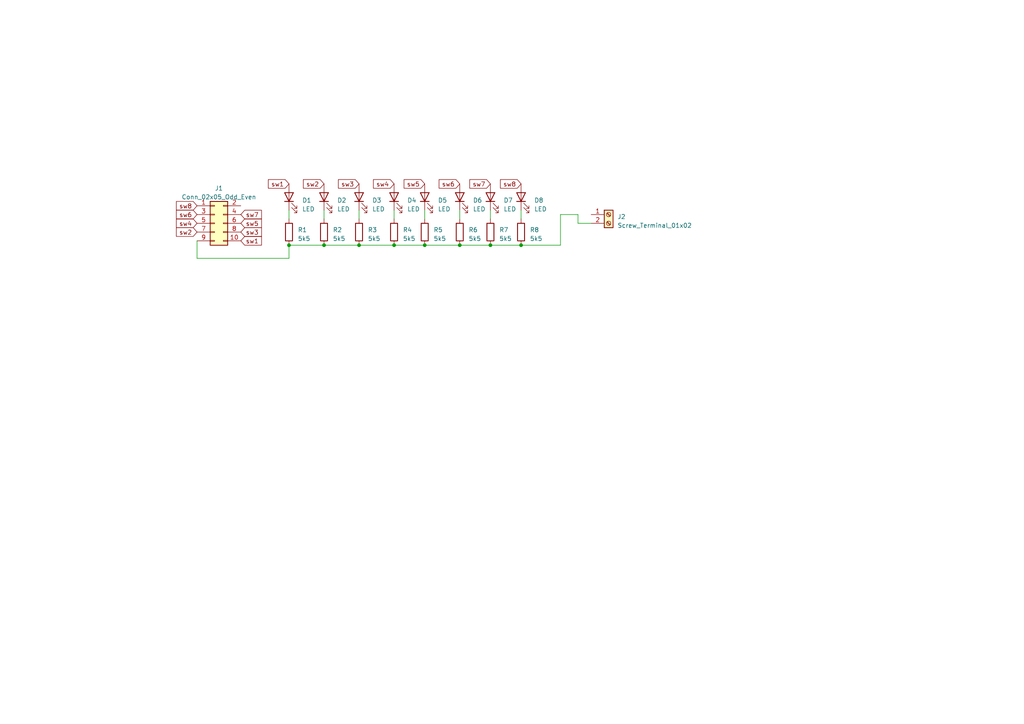
<source format=kicad_sch>
(kicad_sch (version 20230121) (generator eeschema)

  (uuid 648442c2-48af-409f-bf90-c993ecbd32c5)

  (paper "A4")

  (lib_symbols
    (symbol "Connector:Screw_Terminal_01x02" (pin_names (offset 1.016) hide) (in_bom yes) (on_board yes)
      (property "Reference" "J" (at 0 2.54 0)
        (effects (font (size 1.27 1.27)))
      )
      (property "Value" "Screw_Terminal_01x02" (at 0 -5.08 0)
        (effects (font (size 1.27 1.27)))
      )
      (property "Footprint" "" (at 0 0 0)
        (effects (font (size 1.27 1.27)) hide)
      )
      (property "Datasheet" "~" (at 0 0 0)
        (effects (font (size 1.27 1.27)) hide)
      )
      (property "ki_keywords" "screw terminal" (at 0 0 0)
        (effects (font (size 1.27 1.27)) hide)
      )
      (property "ki_description" "Generic screw terminal, single row, 01x02, script generated (kicad-library-utils/schlib/autogen/connector/)" (at 0 0 0)
        (effects (font (size 1.27 1.27)) hide)
      )
      (property "ki_fp_filters" "TerminalBlock*:*" (at 0 0 0)
        (effects (font (size 1.27 1.27)) hide)
      )
      (symbol "Screw_Terminal_01x02_1_1"
        (rectangle (start -1.27 1.27) (end 1.27 -3.81)
          (stroke (width 0.254) (type default))
          (fill (type background))
        )
        (circle (center 0 -2.54) (radius 0.635)
          (stroke (width 0.1524) (type default))
          (fill (type none))
        )
        (polyline
          (pts
            (xy -0.5334 -2.2098)
            (xy 0.3302 -3.048)
          )
          (stroke (width 0.1524) (type default))
          (fill (type none))
        )
        (polyline
          (pts
            (xy -0.5334 0.3302)
            (xy 0.3302 -0.508)
          )
          (stroke (width 0.1524) (type default))
          (fill (type none))
        )
        (polyline
          (pts
            (xy -0.3556 -2.032)
            (xy 0.508 -2.8702)
          )
          (stroke (width 0.1524) (type default))
          (fill (type none))
        )
        (polyline
          (pts
            (xy -0.3556 0.508)
            (xy 0.508 -0.3302)
          )
          (stroke (width 0.1524) (type default))
          (fill (type none))
        )
        (circle (center 0 0) (radius 0.635)
          (stroke (width 0.1524) (type default))
          (fill (type none))
        )
        (pin passive line (at -5.08 0 0) (length 3.81)
          (name "Pin_1" (effects (font (size 1.27 1.27))))
          (number "1" (effects (font (size 1.27 1.27))))
        )
        (pin passive line (at -5.08 -2.54 0) (length 3.81)
          (name "Pin_2" (effects (font (size 1.27 1.27))))
          (number "2" (effects (font (size 1.27 1.27))))
        )
      )
    )
    (symbol "Connector_Generic:Conn_02x05_Odd_Even" (pin_names (offset 1.016) hide) (in_bom yes) (on_board yes)
      (property "Reference" "J" (at 1.27 7.62 0)
        (effects (font (size 1.27 1.27)))
      )
      (property "Value" "Conn_02x05_Odd_Even" (at 1.27 -7.62 0)
        (effects (font (size 1.27 1.27)))
      )
      (property "Footprint" "" (at 0 0 0)
        (effects (font (size 1.27 1.27)) hide)
      )
      (property "Datasheet" "~" (at 0 0 0)
        (effects (font (size 1.27 1.27)) hide)
      )
      (property "ki_keywords" "connector" (at 0 0 0)
        (effects (font (size 1.27 1.27)) hide)
      )
      (property "ki_description" "Generic connector, double row, 02x05, odd/even pin numbering scheme (row 1 odd numbers, row 2 even numbers), script generated (kicad-library-utils/schlib/autogen/connector/)" (at 0 0 0)
        (effects (font (size 1.27 1.27)) hide)
      )
      (property "ki_fp_filters" "Connector*:*_2x??_*" (at 0 0 0)
        (effects (font (size 1.27 1.27)) hide)
      )
      (symbol "Conn_02x05_Odd_Even_1_1"
        (rectangle (start -1.27 -4.953) (end 0 -5.207)
          (stroke (width 0.1524) (type default))
          (fill (type none))
        )
        (rectangle (start -1.27 -2.413) (end 0 -2.667)
          (stroke (width 0.1524) (type default))
          (fill (type none))
        )
        (rectangle (start -1.27 0.127) (end 0 -0.127)
          (stroke (width 0.1524) (type default))
          (fill (type none))
        )
        (rectangle (start -1.27 2.667) (end 0 2.413)
          (stroke (width 0.1524) (type default))
          (fill (type none))
        )
        (rectangle (start -1.27 5.207) (end 0 4.953)
          (stroke (width 0.1524) (type default))
          (fill (type none))
        )
        (rectangle (start -1.27 6.35) (end 3.81 -6.35)
          (stroke (width 0.254) (type default))
          (fill (type background))
        )
        (rectangle (start 3.81 -4.953) (end 2.54 -5.207)
          (stroke (width 0.1524) (type default))
          (fill (type none))
        )
        (rectangle (start 3.81 -2.413) (end 2.54 -2.667)
          (stroke (width 0.1524) (type default))
          (fill (type none))
        )
        (rectangle (start 3.81 0.127) (end 2.54 -0.127)
          (stroke (width 0.1524) (type default))
          (fill (type none))
        )
        (rectangle (start 3.81 2.667) (end 2.54 2.413)
          (stroke (width 0.1524) (type default))
          (fill (type none))
        )
        (rectangle (start 3.81 5.207) (end 2.54 4.953)
          (stroke (width 0.1524) (type default))
          (fill (type none))
        )
        (pin passive line (at -5.08 5.08 0) (length 3.81)
          (name "Pin_1" (effects (font (size 1.27 1.27))))
          (number "1" (effects (font (size 1.27 1.27))))
        )
        (pin passive line (at 7.62 -5.08 180) (length 3.81)
          (name "Pin_10" (effects (font (size 1.27 1.27))))
          (number "10" (effects (font (size 1.27 1.27))))
        )
        (pin passive line (at 7.62 5.08 180) (length 3.81)
          (name "Pin_2" (effects (font (size 1.27 1.27))))
          (number "2" (effects (font (size 1.27 1.27))))
        )
        (pin passive line (at -5.08 2.54 0) (length 3.81)
          (name "Pin_3" (effects (font (size 1.27 1.27))))
          (number "3" (effects (font (size 1.27 1.27))))
        )
        (pin passive line (at 7.62 2.54 180) (length 3.81)
          (name "Pin_4" (effects (font (size 1.27 1.27))))
          (number "4" (effects (font (size 1.27 1.27))))
        )
        (pin passive line (at -5.08 0 0) (length 3.81)
          (name "Pin_5" (effects (font (size 1.27 1.27))))
          (number "5" (effects (font (size 1.27 1.27))))
        )
        (pin passive line (at 7.62 0 180) (length 3.81)
          (name "Pin_6" (effects (font (size 1.27 1.27))))
          (number "6" (effects (font (size 1.27 1.27))))
        )
        (pin passive line (at -5.08 -2.54 0) (length 3.81)
          (name "Pin_7" (effects (font (size 1.27 1.27))))
          (number "7" (effects (font (size 1.27 1.27))))
        )
        (pin passive line (at 7.62 -2.54 180) (length 3.81)
          (name "Pin_8" (effects (font (size 1.27 1.27))))
          (number "8" (effects (font (size 1.27 1.27))))
        )
        (pin passive line (at -5.08 -5.08 0) (length 3.81)
          (name "Pin_9" (effects (font (size 1.27 1.27))))
          (number "9" (effects (font (size 1.27 1.27))))
        )
      )
    )
    (symbol "Device:LED" (pin_numbers hide) (pin_names (offset 1.016) hide) (in_bom yes) (on_board yes)
      (property "Reference" "D" (at 0 2.54 0)
        (effects (font (size 1.27 1.27)))
      )
      (property "Value" "LED" (at 0 -2.54 0)
        (effects (font (size 1.27 1.27)))
      )
      (property "Footprint" "" (at 0 0 0)
        (effects (font (size 1.27 1.27)) hide)
      )
      (property "Datasheet" "~" (at 0 0 0)
        (effects (font (size 1.27 1.27)) hide)
      )
      (property "ki_keywords" "LED diode" (at 0 0 0)
        (effects (font (size 1.27 1.27)) hide)
      )
      (property "ki_description" "Light emitting diode" (at 0 0 0)
        (effects (font (size 1.27 1.27)) hide)
      )
      (property "ki_fp_filters" "LED* LED_SMD:* LED_THT:*" (at 0 0 0)
        (effects (font (size 1.27 1.27)) hide)
      )
      (symbol "LED_0_1"
        (polyline
          (pts
            (xy -1.27 -1.27)
            (xy -1.27 1.27)
          )
          (stroke (width 0.254) (type default))
          (fill (type none))
        )
        (polyline
          (pts
            (xy -1.27 0)
            (xy 1.27 0)
          )
          (stroke (width 0) (type default))
          (fill (type none))
        )
        (polyline
          (pts
            (xy 1.27 -1.27)
            (xy 1.27 1.27)
            (xy -1.27 0)
            (xy 1.27 -1.27)
          )
          (stroke (width 0.254) (type default))
          (fill (type none))
        )
        (polyline
          (pts
            (xy -3.048 -0.762)
            (xy -4.572 -2.286)
            (xy -3.81 -2.286)
            (xy -4.572 -2.286)
            (xy -4.572 -1.524)
          )
          (stroke (width 0) (type default))
          (fill (type none))
        )
        (polyline
          (pts
            (xy -1.778 -0.762)
            (xy -3.302 -2.286)
            (xy -2.54 -2.286)
            (xy -3.302 -2.286)
            (xy -3.302 -1.524)
          )
          (stroke (width 0) (type default))
          (fill (type none))
        )
      )
      (symbol "LED_1_1"
        (pin passive line (at -3.81 0 0) (length 2.54)
          (name "K" (effects (font (size 1.27 1.27))))
          (number "1" (effects (font (size 1.27 1.27))))
        )
        (pin passive line (at 3.81 0 180) (length 2.54)
          (name "A" (effects (font (size 1.27 1.27))))
          (number "2" (effects (font (size 1.27 1.27))))
        )
      )
    )
    (symbol "Device:R" (pin_numbers hide) (pin_names (offset 0)) (in_bom yes) (on_board yes)
      (property "Reference" "R" (at 2.032 0 90)
        (effects (font (size 1.27 1.27)))
      )
      (property "Value" "R" (at 0 0 90)
        (effects (font (size 1.27 1.27)))
      )
      (property "Footprint" "" (at -1.778 0 90)
        (effects (font (size 1.27 1.27)) hide)
      )
      (property "Datasheet" "~" (at 0 0 0)
        (effects (font (size 1.27 1.27)) hide)
      )
      (property "ki_keywords" "R res resistor" (at 0 0 0)
        (effects (font (size 1.27 1.27)) hide)
      )
      (property "ki_description" "Resistor" (at 0 0 0)
        (effects (font (size 1.27 1.27)) hide)
      )
      (property "ki_fp_filters" "R_*" (at 0 0 0)
        (effects (font (size 1.27 1.27)) hide)
      )
      (symbol "R_0_1"
        (rectangle (start -1.016 -2.54) (end 1.016 2.54)
          (stroke (width 0.254) (type default))
          (fill (type none))
        )
      )
      (symbol "R_1_1"
        (pin passive line (at 0 3.81 270) (length 1.27)
          (name "~" (effects (font (size 1.27 1.27))))
          (number "1" (effects (font (size 1.27 1.27))))
        )
        (pin passive line (at 0 -3.81 90) (length 1.27)
          (name "~" (effects (font (size 1.27 1.27))))
          (number "2" (effects (font (size 1.27 1.27))))
        )
      )
    )
  )

  (junction (at 93.98 71.12) (diameter 0) (color 0 0 0 0)
    (uuid 1da69bd8-bb16-4df7-9baa-3f6a561b7fee)
  )
  (junction (at 104.14 71.12) (diameter 0) (color 0 0 0 0)
    (uuid 5e7f2ffc-afeb-415c-b450-4ba9694d8b5a)
  )
  (junction (at 83.82 71.12) (diameter 0) (color 0 0 0 0)
    (uuid 77a6d24f-bd6b-4fbf-aa0e-5d549a0ca419)
  )
  (junction (at 133.35 71.12) (diameter 0) (color 0 0 0 0)
    (uuid 7d69e553-d552-480d-b2be-4d93cbdb3b9f)
  )
  (junction (at 114.3 71.12) (diameter 0) (color 0 0 0 0)
    (uuid 93263be1-901e-45b4-9977-16375c8ef838)
  )
  (junction (at 151.13 71.12) (diameter 0) (color 0 0 0 0)
    (uuid a60a5c8d-2fb7-440c-bbd1-9152b4bca3ed)
  )
  (junction (at 123.19 71.12) (diameter 0) (color 0 0 0 0)
    (uuid c0972eaf-4dd5-4c80-b566-4b8bcb6266ec)
  )
  (junction (at 142.24 71.12) (diameter 0) (color 0 0 0 0)
    (uuid cc6d3e6b-7090-4996-abd8-b4b0e3b9b30a)
  )

  (wire (pts (xy 114.3 60.96) (xy 114.3 63.5))
    (stroke (width 0) (type default))
    (uuid 015df838-c9e9-4a18-b774-dc49758d751e)
  )
  (wire (pts (xy 123.19 60.96) (xy 123.19 63.5))
    (stroke (width 0) (type default))
    (uuid 280ca903-aa3b-408e-8c03-17be4f39920d)
  )
  (wire (pts (xy 83.82 71.12) (xy 93.98 71.12))
    (stroke (width 0) (type default))
    (uuid 29ea63a0-e50c-4e0c-8cb7-2016bde9a975)
  )
  (wire (pts (xy 93.98 71.12) (xy 104.14 71.12))
    (stroke (width 0) (type default))
    (uuid 393a0791-2d4b-4760-9d39-4606a1be6a51)
  )
  (wire (pts (xy 104.14 71.12) (xy 114.3 71.12))
    (stroke (width 0) (type default))
    (uuid 3cfbb1a1-7409-48a4-b479-dcf073a0901b)
  )
  (wire (pts (xy 83.82 74.93) (xy 83.82 71.12))
    (stroke (width 0) (type default))
    (uuid 48f88fdf-880a-452e-a3ad-c813203220e7)
  )
  (wire (pts (xy 57.15 69.85) (xy 57.15 74.93))
    (stroke (width 0) (type default))
    (uuid 4d8d8c5f-405e-4d50-b47b-ca1cb65ab33f)
  )
  (wire (pts (xy 93.98 60.96) (xy 93.98 63.5))
    (stroke (width 0) (type default))
    (uuid 62b7d9bf-343d-4408-94d4-788354b8170e)
  )
  (wire (pts (xy 151.13 60.96) (xy 151.13 63.5))
    (stroke (width 0) (type default))
    (uuid 654ca3a2-1c9b-4549-a521-156c9fd0e4e2)
  )
  (wire (pts (xy 123.19 71.12) (xy 133.35 71.12))
    (stroke (width 0) (type default))
    (uuid 6a44981e-a3c0-4155-b94b-a7ffdbab2b1b)
  )
  (wire (pts (xy 133.35 60.96) (xy 133.35 63.5))
    (stroke (width 0) (type default))
    (uuid 6e5b4107-db26-4143-ae9c-10e71d9adfbd)
  )
  (wire (pts (xy 114.3 71.12) (xy 123.19 71.12))
    (stroke (width 0) (type default))
    (uuid 754589e6-87c7-4dea-89b3-d47a2923dd69)
  )
  (wire (pts (xy 133.35 71.12) (xy 142.24 71.12))
    (stroke (width 0) (type default))
    (uuid 82584695-a665-4758-9537-14ce760aa5cb)
  )
  (wire (pts (xy 167.64 64.77) (xy 171.45 64.77))
    (stroke (width 0) (type default))
    (uuid 8f63af14-cc97-4f94-81b5-1fd69ddd5b84)
  )
  (wire (pts (xy 104.14 60.96) (xy 104.14 63.5))
    (stroke (width 0) (type default))
    (uuid 914b90ae-9b2a-4067-b9aa-04c306e9ab58)
  )
  (wire (pts (xy 162.56 62.23) (xy 167.64 62.23))
    (stroke (width 0) (type default))
    (uuid 9562dcee-bd44-4fc4-b642-e5e9f3db4374)
  )
  (wire (pts (xy 142.24 71.12) (xy 151.13 71.12))
    (stroke (width 0) (type default))
    (uuid 9b8cfb31-94c8-4ea1-8348-2e5a26b52394)
  )
  (wire (pts (xy 57.15 74.93) (xy 83.82 74.93))
    (stroke (width 0) (type default))
    (uuid b361ef17-e5e9-4cc0-8fb2-b19426253519)
  )
  (wire (pts (xy 162.56 71.12) (xy 151.13 71.12))
    (stroke (width 0) (type default))
    (uuid bc42b8f3-c7b5-40aa-b370-b832f7f9ac97)
  )
  (wire (pts (xy 142.24 60.96) (xy 142.24 63.5))
    (stroke (width 0) (type default))
    (uuid bdfb4e56-745a-4d87-bf49-7de8aec1d439)
  )
  (wire (pts (xy 162.56 62.23) (xy 162.56 71.12))
    (stroke (width 0) (type default))
    (uuid c3833f9e-cc7a-46df-a8cd-5256a8cc2374)
  )
  (wire (pts (xy 167.64 62.23) (xy 167.64 64.77))
    (stroke (width 0) (type default))
    (uuid dc7c65e3-d263-4ab8-a973-c8960a52944e)
  )
  (wire (pts (xy 83.82 60.96) (xy 83.82 63.5))
    (stroke (width 0) (type default))
    (uuid e8c2026b-e888-4ec7-abff-f7d5b89a0fae)
  )

  (global_label "sw8" (shape input) (at 57.15 59.69 180) (fields_autoplaced)
    (effects (font (size 1.27 1.27)) (justify right))
    (uuid 223e6389-6825-430d-8dd1-0e15c14a0419)
    (property "Intersheetrefs" "${INTERSHEET_REFS}" (at 50.6761 59.69 0)
      (effects (font (size 1.27 1.27)) (justify right) hide)
    )
  )
  (global_label "sw4" (shape input) (at 114.3 53.34 180) (fields_autoplaced)
    (effects (font (size 1.27 1.27)) (justify right))
    (uuid 22ec9600-7995-4e4b-810c-7de57067449f)
    (property "Intersheetrefs" "${INTERSHEET_REFS}" (at 107.8261 53.34 0)
      (effects (font (size 1.27 1.27)) (justify right) hide)
    )
  )
  (global_label "sw8" (shape input) (at 151.13 53.34 180) (fields_autoplaced)
    (effects (font (size 1.27 1.27)) (justify right))
    (uuid 6461d4f4-d6f0-4a78-b749-a132f628ecfe)
    (property "Intersheetrefs" "${INTERSHEET_REFS}" (at 144.6561 53.34 0)
      (effects (font (size 1.27 1.27)) (justify right) hide)
    )
  )
  (global_label "sw7" (shape input) (at 142.24 53.34 180) (fields_autoplaced)
    (effects (font (size 1.27 1.27)) (justify right))
    (uuid 6736bcb3-ad64-4ad0-94db-0fc93fff4e39)
    (property "Intersheetrefs" "${INTERSHEET_REFS}" (at 135.7661 53.34 0)
      (effects (font (size 1.27 1.27)) (justify right) hide)
    )
  )
  (global_label "sw2" (shape input) (at 57.15 67.31 180) (fields_autoplaced)
    (effects (font (size 1.27 1.27)) (justify right))
    (uuid 75f670de-80da-4ca2-992d-8a8f8840688f)
    (property "Intersheetrefs" "${INTERSHEET_REFS}" (at 50.6761 67.31 0)
      (effects (font (size 1.27 1.27)) (justify right) hide)
    )
  )
  (global_label "sw6" (shape input) (at 133.35 53.34 180) (fields_autoplaced)
    (effects (font (size 1.27 1.27)) (justify right))
    (uuid 764fe7ee-2f53-49b1-a0a5-34b3e91fdc85)
    (property "Intersheetrefs" "${INTERSHEET_REFS}" (at 126.8761 53.34 0)
      (effects (font (size 1.27 1.27)) (justify right) hide)
    )
  )
  (global_label "sw5" (shape input) (at 123.19 53.34 180) (fields_autoplaced)
    (effects (font (size 1.27 1.27)) (justify right))
    (uuid 77251ceb-20bd-41d8-8adc-1ad7354cda24)
    (property "Intersheetrefs" "${INTERSHEET_REFS}" (at 116.7161 53.34 0)
      (effects (font (size 1.27 1.27)) (justify right) hide)
    )
  )
  (global_label "sw7" (shape input) (at 69.85 62.23 0) (fields_autoplaced)
    (effects (font (size 1.27 1.27)) (justify left))
    (uuid 8113abb8-934c-4567-8d4b-af24736b5581)
    (property "Intersheetrefs" "${INTERSHEET_REFS}" (at 76.3239 62.23 0)
      (effects (font (size 1.27 1.27)) (justify left) hide)
    )
  )
  (global_label "sw3" (shape input) (at 104.14 53.34 180) (fields_autoplaced)
    (effects (font (size 1.27 1.27)) (justify right))
    (uuid 81597f6b-5f31-483a-8233-7d8e265c3e85)
    (property "Intersheetrefs" "${INTERSHEET_REFS}" (at 97.6661 53.34 0)
      (effects (font (size 1.27 1.27)) (justify right) hide)
    )
  )
  (global_label "sw6" (shape input) (at 57.15 62.23 180) (fields_autoplaced)
    (effects (font (size 1.27 1.27)) (justify right))
    (uuid 9ce21c7b-5452-4dda-84e9-5cfe3019b636)
    (property "Intersheetrefs" "${INTERSHEET_REFS}" (at 50.6761 62.23 0)
      (effects (font (size 1.27 1.27)) (justify right) hide)
    )
  )
  (global_label "sw5" (shape input) (at 69.85 64.77 0) (fields_autoplaced)
    (effects (font (size 1.27 1.27)) (justify left))
    (uuid bd85f243-0f7f-43a0-9939-a5d933e2b940)
    (property "Intersheetrefs" "${INTERSHEET_REFS}" (at 76.3239 64.77 0)
      (effects (font (size 1.27 1.27)) (justify left) hide)
    )
  )
  (global_label "sw4" (shape input) (at 57.15 64.77 180) (fields_autoplaced)
    (effects (font (size 1.27 1.27)) (justify right))
    (uuid e20985f7-460e-46c0-b645-34621a8bf749)
    (property "Intersheetrefs" "${INTERSHEET_REFS}" (at 50.6761 64.77 0)
      (effects (font (size 1.27 1.27)) (justify right) hide)
    )
  )
  (global_label "sw1" (shape input) (at 83.82 53.34 180) (fields_autoplaced)
    (effects (font (size 1.27 1.27)) (justify right))
    (uuid e7eef20c-5cfd-4c74-a4fb-825b6b05eb4f)
    (property "Intersheetrefs" "${INTERSHEET_REFS}" (at 77.3461 53.34 0)
      (effects (font (size 1.27 1.27)) (justify right) hide)
    )
  )
  (global_label "sw2" (shape input) (at 93.98 53.34 180) (fields_autoplaced)
    (effects (font (size 1.27 1.27)) (justify right))
    (uuid e8c96f2f-cbc2-4132-976e-8ad2daa20567)
    (property "Intersheetrefs" "${INTERSHEET_REFS}" (at 87.5061 53.34 0)
      (effects (font (size 1.27 1.27)) (justify right) hide)
    )
  )
  (global_label "sw1" (shape input) (at 69.85 69.85 0) (fields_autoplaced)
    (effects (font (size 1.27 1.27)) (justify left))
    (uuid ef1cd86b-8f4a-4af1-b6b7-f1079a3f7fe2)
    (property "Intersheetrefs" "${INTERSHEET_REFS}" (at 76.3239 69.85 0)
      (effects (font (size 1.27 1.27)) (justify left) hide)
    )
  )
  (global_label "sw3" (shape input) (at 69.85 67.31 0) (fields_autoplaced)
    (effects (font (size 1.27 1.27)) (justify left))
    (uuid f68fa080-7f2f-4db6-ad2a-3554a0c9b0a3)
    (property "Intersheetrefs" "${INTERSHEET_REFS}" (at 76.3239 67.31 0)
      (effects (font (size 1.27 1.27)) (justify left) hide)
    )
  )

  (symbol (lib_id "Device:LED") (at 114.3 57.15 90) (unit 1)
    (in_bom yes) (on_board yes) (dnp no) (fields_autoplaced)
    (uuid 01df7a96-5f39-4e3c-bdc0-5c8600481991)
    (property "Reference" "D4" (at 118.11 58.1025 90)
      (effects (font (size 1.27 1.27)) (justify right))
    )
    (property "Value" "LED" (at 118.11 60.6425 90)
      (effects (font (size 1.27 1.27)) (justify right))
    )
    (property "Footprint" "LED_THT:LED_D3.0mm" (at 114.3 57.15 0)
      (effects (font (size 1.27 1.27)) hide)
    )
    (property "Datasheet" "~" (at 114.3 57.15 0)
      (effects (font (size 1.27 1.27)) hide)
    )
    (pin "1" (uuid 5f2962f5-086d-4aa9-b898-02ddbbc84cc1))
    (pin "2" (uuid ab05572c-8df0-4829-aa76-63a04b8d55c9))
    (instances
      (project "DIT"
        (path "/648442c2-48af-409f-bf90-c993ecbd32c5"
          (reference "D4") (unit 1)
        )
      )
    )
  )

  (symbol (lib_id "Device:R") (at 142.24 67.31 0) (unit 1)
    (in_bom yes) (on_board yes) (dnp no) (fields_autoplaced)
    (uuid 031f19ca-a01b-45b9-945f-18bd3a1bdb51)
    (property "Reference" "R7" (at 144.78 66.675 0)
      (effects (font (size 1.27 1.27)) (justify left))
    )
    (property "Value" "5k5" (at 144.78 69.215 0)
      (effects (font (size 1.27 1.27)) (justify left))
    )
    (property "Footprint" "Resistor_THT:R_Axial_DIN0207_L6.3mm_D2.5mm_P7.62mm_Horizontal" (at 140.462 67.31 90)
      (effects (font (size 1.27 1.27)) hide)
    )
    (property "Datasheet" "~" (at 142.24 67.31 0)
      (effects (font (size 1.27 1.27)) hide)
    )
    (pin "1" (uuid 74071ce1-3b6a-4309-8004-e503bc6af459))
    (pin "2" (uuid 150ca66a-1ed5-43b1-9ea4-d2016eff5980))
    (instances
      (project "DIT"
        (path "/648442c2-48af-409f-bf90-c993ecbd32c5"
          (reference "R7") (unit 1)
        )
      )
    )
  )

  (symbol (lib_id "Device:LED") (at 104.14 57.15 90) (unit 1)
    (in_bom yes) (on_board yes) (dnp no) (fields_autoplaced)
    (uuid 04702900-efb1-4fba-a99a-91dcd5649abc)
    (property "Reference" "D3" (at 107.95 58.1025 90)
      (effects (font (size 1.27 1.27)) (justify right))
    )
    (property "Value" "LED" (at 107.95 60.6425 90)
      (effects (font (size 1.27 1.27)) (justify right))
    )
    (property "Footprint" "LED_THT:LED_D3.0mm" (at 104.14 57.15 0)
      (effects (font (size 1.27 1.27)) hide)
    )
    (property "Datasheet" "~" (at 104.14 57.15 0)
      (effects (font (size 1.27 1.27)) hide)
    )
    (pin "1" (uuid 41955f09-7717-4de9-a80e-17a32203f91f))
    (pin "2" (uuid 72e1ef1d-ff13-4267-bb5e-33c139aa50d7))
    (instances
      (project "DIT"
        (path "/648442c2-48af-409f-bf90-c993ecbd32c5"
          (reference "D3") (unit 1)
        )
      )
    )
  )

  (symbol (lib_id "Device:R") (at 93.98 67.31 0) (unit 1)
    (in_bom yes) (on_board yes) (dnp no) (fields_autoplaced)
    (uuid 237ff2be-0c27-4eae-9a03-eaa5270a7221)
    (property "Reference" "R2" (at 96.52 66.675 0)
      (effects (font (size 1.27 1.27)) (justify left))
    )
    (property "Value" "5k5" (at 96.52 69.215 0)
      (effects (font (size 1.27 1.27)) (justify left))
    )
    (property "Footprint" "Resistor_THT:R_Axial_DIN0207_L6.3mm_D2.5mm_P7.62mm_Horizontal" (at 92.202 67.31 90)
      (effects (font (size 1.27 1.27)) hide)
    )
    (property "Datasheet" "~" (at 93.98 67.31 0)
      (effects (font (size 1.27 1.27)) hide)
    )
    (pin "1" (uuid acef923a-d439-465d-930f-03dd6459e8ca))
    (pin "2" (uuid 917b3cc3-e8d3-4418-ad4f-b83daa8acf94))
    (instances
      (project "DIT"
        (path "/648442c2-48af-409f-bf90-c993ecbd32c5"
          (reference "R2") (unit 1)
        )
      )
    )
  )

  (symbol (lib_id "Device:R") (at 104.14 67.31 0) (unit 1)
    (in_bom yes) (on_board yes) (dnp no) (fields_autoplaced)
    (uuid 37ca37b7-0c7d-4ed7-a3f5-982e40a8a7e7)
    (property "Reference" "R3" (at 106.68 66.675 0)
      (effects (font (size 1.27 1.27)) (justify left))
    )
    (property "Value" "5k5" (at 106.68 69.215 0)
      (effects (font (size 1.27 1.27)) (justify left))
    )
    (property "Footprint" "Resistor_THT:R_Axial_DIN0207_L6.3mm_D2.5mm_P7.62mm_Horizontal" (at 102.362 67.31 90)
      (effects (font (size 1.27 1.27)) hide)
    )
    (property "Datasheet" "~" (at 104.14 67.31 0)
      (effects (font (size 1.27 1.27)) hide)
    )
    (pin "1" (uuid 31f8c204-26cc-4e08-97bf-fd7065128ff8))
    (pin "2" (uuid 3a841277-72aa-4969-bf2b-c3763d04225a))
    (instances
      (project "DIT"
        (path "/648442c2-48af-409f-bf90-c993ecbd32c5"
          (reference "R3") (unit 1)
        )
      )
    )
  )

  (symbol (lib_id "Connector:Screw_Terminal_01x02") (at 176.53 62.23 0) (unit 1)
    (in_bom yes) (on_board yes) (dnp no) (fields_autoplaced)
    (uuid 4cae3a20-8c6d-4699-8df7-81dff27baf2a)
    (property "Reference" "J2" (at 179.07 62.865 0)
      (effects (font (size 1.27 1.27)) (justify left))
    )
    (property "Value" "Screw_Terminal_01x02" (at 179.07 65.405 0)
      (effects (font (size 1.27 1.27)) (justify left))
    )
    (property "Footprint" "TerminalBlock_Phoenix:TerminalBlock_Phoenix_MKDS-1,5-2-5.08_1x02_P5.08mm_Horizontal" (at 176.53 62.23 0)
      (effects (font (size 1.27 1.27)) hide)
    )
    (property "Datasheet" "~" (at 176.53 62.23 0)
      (effects (font (size 1.27 1.27)) hide)
    )
    (pin "1" (uuid 1b1270cc-119a-45c4-801b-a8627d28af74))
    (pin "2" (uuid 11e87832-26c6-474a-a48b-507a5bcb2dff))
    (instances
      (project "DIT"
        (path "/648442c2-48af-409f-bf90-c993ecbd32c5"
          (reference "J2") (unit 1)
        )
      )
    )
  )

  (symbol (lib_id "Device:R") (at 151.13 67.31 0) (unit 1)
    (in_bom yes) (on_board yes) (dnp no) (fields_autoplaced)
    (uuid 4fa58d10-ef53-4957-989b-c48662d10bd5)
    (property "Reference" "R8" (at 153.67 66.675 0)
      (effects (font (size 1.27 1.27)) (justify left))
    )
    (property "Value" "5k5" (at 153.67 69.215 0)
      (effects (font (size 1.27 1.27)) (justify left))
    )
    (property "Footprint" "Resistor_THT:R_Axial_DIN0207_L6.3mm_D2.5mm_P7.62mm_Horizontal" (at 149.352 67.31 90)
      (effects (font (size 1.27 1.27)) hide)
    )
    (property "Datasheet" "~" (at 151.13 67.31 0)
      (effects (font (size 1.27 1.27)) hide)
    )
    (pin "1" (uuid a7ca6d7e-26a0-4e3c-910e-7ef7c104fbcc))
    (pin "2" (uuid 250e0d14-5901-41e9-a50b-1e518558c4f5))
    (instances
      (project "DIT"
        (path "/648442c2-48af-409f-bf90-c993ecbd32c5"
          (reference "R8") (unit 1)
        )
      )
    )
  )

  (symbol (lib_id "Device:R") (at 83.82 67.31 0) (unit 1)
    (in_bom yes) (on_board yes) (dnp no) (fields_autoplaced)
    (uuid 535be295-ce3e-4827-8d1d-10b3da5c4052)
    (property "Reference" "R1" (at 86.36 66.675 0)
      (effects (font (size 1.27 1.27)) (justify left))
    )
    (property "Value" "5k5" (at 86.36 69.215 0)
      (effects (font (size 1.27 1.27)) (justify left))
    )
    (property "Footprint" "Resistor_THT:R_Axial_DIN0207_L6.3mm_D2.5mm_P7.62mm_Horizontal" (at 82.042 67.31 90)
      (effects (font (size 1.27 1.27)) hide)
    )
    (property "Datasheet" "~" (at 83.82 67.31 0)
      (effects (font (size 1.27 1.27)) hide)
    )
    (pin "1" (uuid 07efd025-2268-48b4-81ad-060a07ce965b))
    (pin "2" (uuid 89f3455c-8e2b-4a40-8144-106730482dd4))
    (instances
      (project "DIT"
        (path "/648442c2-48af-409f-bf90-c993ecbd32c5"
          (reference "R1") (unit 1)
        )
      )
    )
  )

  (symbol (lib_id "Device:LED") (at 151.13 57.15 90) (unit 1)
    (in_bom yes) (on_board yes) (dnp no) (fields_autoplaced)
    (uuid 5d123c8d-66a6-4ae1-8afa-67c0f54882a4)
    (property "Reference" "D8" (at 154.94 58.1025 90)
      (effects (font (size 1.27 1.27)) (justify right))
    )
    (property "Value" "LED" (at 154.94 60.6425 90)
      (effects (font (size 1.27 1.27)) (justify right))
    )
    (property "Footprint" "LED_THT:LED_D3.0mm" (at 151.13 57.15 0)
      (effects (font (size 1.27 1.27)) hide)
    )
    (property "Datasheet" "~" (at 151.13 57.15 0)
      (effects (font (size 1.27 1.27)) hide)
    )
    (pin "1" (uuid dc434cb3-001f-4d9c-8c5e-b7beed105099))
    (pin "2" (uuid 8dd620d6-ee6a-4a45-9885-b3975e549372))
    (instances
      (project "DIT"
        (path "/648442c2-48af-409f-bf90-c993ecbd32c5"
          (reference "D8") (unit 1)
        )
      )
    )
  )

  (symbol (lib_id "Device:R") (at 133.35 67.31 0) (unit 1)
    (in_bom yes) (on_board yes) (dnp no) (fields_autoplaced)
    (uuid 68a4f981-59a3-464c-8efe-8ed47139fd9b)
    (property "Reference" "R6" (at 135.89 66.675 0)
      (effects (font (size 1.27 1.27)) (justify left))
    )
    (property "Value" "5k5" (at 135.89 69.215 0)
      (effects (font (size 1.27 1.27)) (justify left))
    )
    (property "Footprint" "Resistor_THT:R_Axial_DIN0207_L6.3mm_D2.5mm_P7.62mm_Horizontal" (at 131.572 67.31 90)
      (effects (font (size 1.27 1.27)) hide)
    )
    (property "Datasheet" "~" (at 133.35 67.31 0)
      (effects (font (size 1.27 1.27)) hide)
    )
    (pin "1" (uuid 5be07bbc-7bca-4c06-a1bc-6f97584cf9d4))
    (pin "2" (uuid b348641f-cd54-44a9-93e7-8e9a6e68d4a3))
    (instances
      (project "DIT"
        (path "/648442c2-48af-409f-bf90-c993ecbd32c5"
          (reference "R6") (unit 1)
        )
      )
    )
  )

  (symbol (lib_id "Device:R") (at 114.3 67.31 0) (unit 1)
    (in_bom yes) (on_board yes) (dnp no) (fields_autoplaced)
    (uuid 71dc5b7b-661f-48a2-8125-28d99c3c336c)
    (property "Reference" "R4" (at 116.84 66.675 0)
      (effects (font (size 1.27 1.27)) (justify left))
    )
    (property "Value" "5k5" (at 116.84 69.215 0)
      (effects (font (size 1.27 1.27)) (justify left))
    )
    (property "Footprint" "Resistor_THT:R_Axial_DIN0207_L6.3mm_D2.5mm_P7.62mm_Horizontal" (at 112.522 67.31 90)
      (effects (font (size 1.27 1.27)) hide)
    )
    (property "Datasheet" "~" (at 114.3 67.31 0)
      (effects (font (size 1.27 1.27)) hide)
    )
    (pin "1" (uuid c8555990-8dac-4294-800f-1b208ae97ccb))
    (pin "2" (uuid 3386f0fb-0055-4a3d-a062-8e168ccd7086))
    (instances
      (project "DIT"
        (path "/648442c2-48af-409f-bf90-c993ecbd32c5"
          (reference "R4") (unit 1)
        )
      )
    )
  )

  (symbol (lib_id "Device:LED") (at 83.82 57.15 90) (unit 1)
    (in_bom yes) (on_board yes) (dnp no) (fields_autoplaced)
    (uuid 7f4b11d1-8d5b-42fe-9d79-e5b6afa73ef4)
    (property "Reference" "D1" (at 87.63 58.1025 90)
      (effects (font (size 1.27 1.27)) (justify right))
    )
    (property "Value" "LED" (at 87.63 60.6425 90)
      (effects (font (size 1.27 1.27)) (justify right))
    )
    (property "Footprint" "LED_THT:LED_D3.0mm" (at 83.82 57.15 0)
      (effects (font (size 1.27 1.27)) hide)
    )
    (property "Datasheet" "~" (at 83.82 57.15 0)
      (effects (font (size 1.27 1.27)) hide)
    )
    (pin "1" (uuid d2f42b79-b33c-4239-be25-890999a9e43a))
    (pin "2" (uuid a077f356-54e1-462e-a2e2-07ee8811125c))
    (instances
      (project "DIT"
        (path "/648442c2-48af-409f-bf90-c993ecbd32c5"
          (reference "D1") (unit 1)
        )
      )
    )
  )

  (symbol (lib_id "Device:LED") (at 93.98 57.15 90) (unit 1)
    (in_bom yes) (on_board yes) (dnp no) (fields_autoplaced)
    (uuid 7fd4f971-2d71-4ad0-aa3d-674643ea17aa)
    (property "Reference" "D2" (at 97.79 58.1025 90)
      (effects (font (size 1.27 1.27)) (justify right))
    )
    (property "Value" "LED" (at 97.79 60.6425 90)
      (effects (font (size 1.27 1.27)) (justify right))
    )
    (property "Footprint" "LED_THT:LED_D3.0mm" (at 93.98 57.15 0)
      (effects (font (size 1.27 1.27)) hide)
    )
    (property "Datasheet" "~" (at 93.98 57.15 0)
      (effects (font (size 1.27 1.27)) hide)
    )
    (pin "1" (uuid 0b343497-b742-4d80-a395-7e32760e3104))
    (pin "2" (uuid 2b645a2a-d383-483d-810f-9913c24b71df))
    (instances
      (project "DIT"
        (path "/648442c2-48af-409f-bf90-c993ecbd32c5"
          (reference "D2") (unit 1)
        )
      )
    )
  )

  (symbol (lib_id "Connector_Generic:Conn_02x05_Odd_Even") (at 62.23 64.77 0) (unit 1)
    (in_bom yes) (on_board yes) (dnp no) (fields_autoplaced)
    (uuid 9b0f84f2-8373-4ee7-8d8f-b7ed2678a64d)
    (property "Reference" "J1" (at 63.5 54.61 0)
      (effects (font (size 1.27 1.27)))
    )
    (property "Value" "Conn_02x05_Odd_Even" (at 63.5 57.15 0)
      (effects (font (size 1.27 1.27)))
    )
    (property "Footprint" "Connector_PinHeader_2.54mm:PinHeader_2x05_P2.54mm_Vertical" (at 62.23 64.77 0)
      (effects (font (size 1.27 1.27)) hide)
    )
    (property "Datasheet" "~" (at 62.23 64.77 0)
      (effects (font (size 1.27 1.27)) hide)
    )
    (pin "1" (uuid 236978bc-3dc5-427d-ab0e-2201cac7c674))
    (pin "10" (uuid bd7667f8-b7d2-4318-80b3-29064b21b40b))
    (pin "2" (uuid 61f3bc9f-82a4-413f-acd4-a462bb389037))
    (pin "3" (uuid 1ab73b9a-b23b-4826-ac4b-60dc264166ea))
    (pin "4" (uuid 67fe545a-a870-427e-b1cc-01d17c2fd30e))
    (pin "5" (uuid 2211f27f-4369-4570-9060-702e94e14f6c))
    (pin "6" (uuid c9c59e4f-dc3e-4937-ba46-4005e4186f3d))
    (pin "7" (uuid b58e6aea-9a72-4324-b66c-af4ca5198e20))
    (pin "8" (uuid 2d9f8cde-8d2e-43f3-b2ce-4a3c2814d203))
    (pin "9" (uuid 98226393-27ae-4947-8e4b-3fb6861f7b35))
    (instances
      (project "DIT"
        (path "/648442c2-48af-409f-bf90-c993ecbd32c5"
          (reference "J1") (unit 1)
        )
      )
    )
  )

  (symbol (lib_id "Device:LED") (at 133.35 57.15 90) (unit 1)
    (in_bom yes) (on_board yes) (dnp no) (fields_autoplaced)
    (uuid 9f8f628b-f401-464a-987c-95dfa1493756)
    (property "Reference" "D6" (at 137.16 58.1025 90)
      (effects (font (size 1.27 1.27)) (justify right))
    )
    (property "Value" "LED" (at 137.16 60.6425 90)
      (effects (font (size 1.27 1.27)) (justify right))
    )
    (property "Footprint" "LED_THT:LED_D3.0mm" (at 133.35 57.15 0)
      (effects (font (size 1.27 1.27)) hide)
    )
    (property "Datasheet" "~" (at 133.35 57.15 0)
      (effects (font (size 1.27 1.27)) hide)
    )
    (pin "1" (uuid d480f69e-e4f5-48a7-b2b0-bc72c656179f))
    (pin "2" (uuid 99aa8a25-034d-4598-bc4d-58de87b33d19))
    (instances
      (project "DIT"
        (path "/648442c2-48af-409f-bf90-c993ecbd32c5"
          (reference "D6") (unit 1)
        )
      )
    )
  )

  (symbol (lib_id "Device:LED") (at 123.19 57.15 90) (unit 1)
    (in_bom yes) (on_board yes) (dnp no) (fields_autoplaced)
    (uuid d5af1e50-b96a-405c-9701-f7ad8d81b3c6)
    (property "Reference" "D5" (at 127 58.1025 90)
      (effects (font (size 1.27 1.27)) (justify right))
    )
    (property "Value" "LED" (at 127 60.6425 90)
      (effects (font (size 1.27 1.27)) (justify right))
    )
    (property "Footprint" "LED_THT:LED_D3.0mm" (at 123.19 57.15 0)
      (effects (font (size 1.27 1.27)) hide)
    )
    (property "Datasheet" "~" (at 123.19 57.15 0)
      (effects (font (size 1.27 1.27)) hide)
    )
    (pin "1" (uuid 4e97f181-367f-4192-a57a-9ed671073a21))
    (pin "2" (uuid 3e19c939-789a-4fa2-b208-66b6607c1015))
    (instances
      (project "DIT"
        (path "/648442c2-48af-409f-bf90-c993ecbd32c5"
          (reference "D5") (unit 1)
        )
      )
    )
  )

  (symbol (lib_id "Device:R") (at 123.19 67.31 0) (unit 1)
    (in_bom yes) (on_board yes) (dnp no) (fields_autoplaced)
    (uuid eaf23fcc-a12e-46fb-bd26-0d9411db40e1)
    (property "Reference" "R5" (at 125.73 66.675 0)
      (effects (font (size 1.27 1.27)) (justify left))
    )
    (property "Value" "5k5" (at 125.73 69.215 0)
      (effects (font (size 1.27 1.27)) (justify left))
    )
    (property "Footprint" "Resistor_THT:R_Axial_DIN0207_L6.3mm_D2.5mm_P7.62mm_Horizontal" (at 121.412 67.31 90)
      (effects (font (size 1.27 1.27)) hide)
    )
    (property "Datasheet" "~" (at 123.19 67.31 0)
      (effects (font (size 1.27 1.27)) hide)
    )
    (pin "1" (uuid 93b4f931-4d7d-4533-89b5-b920cca47453))
    (pin "2" (uuid 20e9b5de-73d3-43d6-bc39-8a3be6a3069f))
    (instances
      (project "DIT"
        (path "/648442c2-48af-409f-bf90-c993ecbd32c5"
          (reference "R5") (unit 1)
        )
      )
    )
  )

  (symbol (lib_id "Device:LED") (at 142.24 57.15 90) (unit 1)
    (in_bom yes) (on_board yes) (dnp no) (fields_autoplaced)
    (uuid ef4ce3d3-0872-48c9-a546-193c064afc71)
    (property "Reference" "D7" (at 146.05 58.1025 90)
      (effects (font (size 1.27 1.27)) (justify right))
    )
    (property "Value" "LED" (at 146.05 60.6425 90)
      (effects (font (size 1.27 1.27)) (justify right))
    )
    (property "Footprint" "LED_THT:LED_D3.0mm" (at 142.24 57.15 0)
      (effects (font (size 1.27 1.27)) hide)
    )
    (property "Datasheet" "~" (at 142.24 57.15 0)
      (effects (font (size 1.27 1.27)) hide)
    )
    (pin "1" (uuid 8d0489c8-352b-4a99-84af-228b49287056))
    (pin "2" (uuid c9b4c787-0efc-406d-9605-ccabcf0ee506))
    (instances
      (project "DIT"
        (path "/648442c2-48af-409f-bf90-c993ecbd32c5"
          (reference "D7") (unit 1)
        )
      )
    )
  )

  (sheet_instances
    (path "/" (page "1"))
  )
)

</source>
